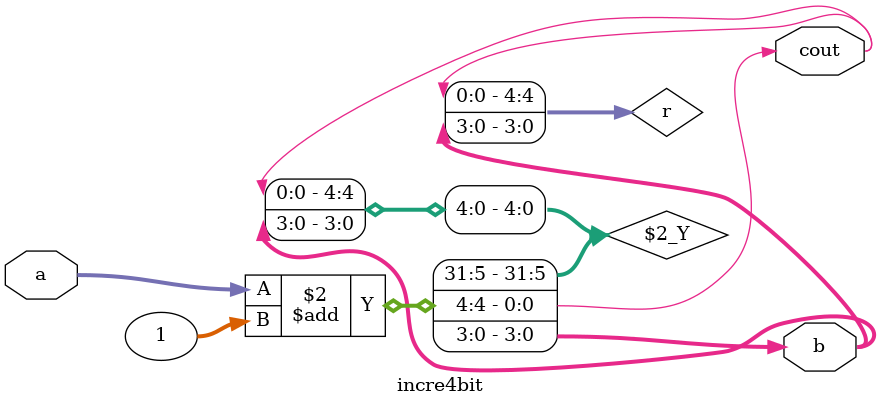
<source format=v>
module incre4bit(a,b,cout);
input [3:0]a;
output [3:0]b;
output cout;
reg [4:0]r;
always@(a)
r=a+1;
assign b[3:0]=r[3:0];
assign cout=r[4];
endmodule 


</source>
